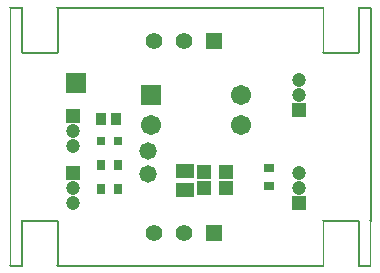
<source format=gts>
G04*
G04 #@! TF.GenerationSoftware,Altium Limited,Altium Designer,20.0.10 (225)*
G04*
G04 Layer_Color=8388736*
%FSLAX25Y25*%
%MOIN*%
G70*
G01*
G75*
%ADD16C,0.00300*%
%ADD18R,0.03150X0.03543*%
%ADD19R,0.02756X0.02756*%
%ADD22R,0.03543X0.02559*%
%ADD23R,0.05918X0.04737*%
%ADD24R,0.03753X0.04147*%
%ADD25R,0.05131X0.04737*%
%ADD26R,0.05524X0.05524*%
%ADD27C,0.05524*%
%ADD28R,0.06706X0.06706*%
%ADD29C,0.04737*%
%ADD30R,0.04737X0.04737*%
%ADD31C,0.06706*%
%ADD32C,0.05800*%
D16*
X120229Y71000D02*
G03*
X120079Y71150I-150J0D01*
G01*
X120229Y71000D02*
G03*
X120079Y71150I-150J0D01*
G01*
X116142D02*
G03*
X115992Y71000I0J-150D01*
G01*
X119929Y132D02*
G03*
X119850Y-0I71J-132D01*
G01*
X116142Y55952D02*
G03*
X116292Y56102I0J150D01*
G01*
X116142Y55952D02*
G03*
X116292Y56102I0J150D01*
G01*
X116142Y71150D02*
G03*
X115992Y71000I0J-150D01*
G01*
X104481Y71000D02*
G03*
X104331Y71150I-150J0D01*
G01*
X104481Y71000D02*
G03*
X104331Y71150I-150J0D01*
G01*
X104181Y56102D02*
G03*
X104331Y55952I150J0D01*
G01*
X104181Y56102D02*
G03*
X104331Y55952I150J0D01*
G01*
Y150D02*
G03*
X104181Y0I0J-150D01*
G01*
X120150Y-132D02*
G03*
X120229Y-0I-71J132D01*
G01*
X120150Y-132D02*
G03*
X120229Y-0I-71J132D01*
G01*
X119929Y132D02*
G03*
X119850Y-0I71J-132D01*
G01*
X120000Y-15150D02*
G03*
X120150Y-15000I0J150D01*
G01*
X120000Y-15150D02*
G03*
X120150Y-15000I0J150D01*
G01*
X116292Y-0D02*
G03*
X116142Y150I-150J0D01*
G01*
X116292Y-0D02*
G03*
X116142Y150I-150J0D01*
G01*
X104331Y150D02*
G03*
X104181Y0I0J-150D01*
G01*
X115992Y-15000D02*
G03*
X116142Y-15150I150J0D01*
G01*
X115992Y-15000D02*
G03*
X116142Y-15150I150J0D01*
G01*
X104331Y-15150D02*
G03*
X104481Y-15000I0J150D01*
G01*
X15748Y71150D02*
G03*
X15598Y71000I0J-150D01*
G01*
X15748Y71150D02*
G03*
X15598Y71000I0J-150D01*
G01*
X15748Y55952D02*
G03*
X15898Y56102I0J150D01*
G01*
X15748Y55952D02*
G03*
X15898Y56102I0J150D01*
G01*
X4087Y71000D02*
G03*
X3937Y71150I-150J0D01*
G01*
X4087Y71000D02*
G03*
X3937Y71150I-150J0D01*
G01*
X-0D02*
G03*
X-150Y71000I0J-150D01*
G01*
X-0Y71150D02*
G03*
X-150Y71000I0J-150D01*
G01*
X3787Y56102D02*
G03*
X3937Y55952I150J0D01*
G01*
X3787Y56102D02*
G03*
X3937Y55952I150J0D01*
G01*
Y150D02*
G03*
X3787Y0I0J-150D01*
G01*
X15898D02*
G03*
X15748Y150I-150J0D01*
G01*
X15898Y0D02*
G03*
X15748Y150I-150J0D01*
G01*
X104331Y-15150D02*
G03*
X104481Y-15000I0J150D01*
G01*
X15598Y-15000D02*
G03*
X15748Y-15150I150J0D01*
G01*
X15598Y-15000D02*
G03*
X15748Y-15150I150J0D01*
G01*
X3937Y150D02*
G03*
X3787Y0I0J-150D01*
G01*
X-150Y-15000D02*
G03*
X-0Y-15150I150J0D01*
G01*
X3937D02*
G03*
X4087Y-15000I0J150D01*
G01*
X3937Y-15150D02*
G03*
X4087Y-15000I0J150D01*
G01*
X-150D02*
G03*
X-0Y-15150I150J0D01*
G01*
X120229Y-0D02*
Y71000D01*
X116142Y71150D02*
X120079D01*
X116292Y56102D02*
Y70850D01*
X119929D01*
X115992Y56252D02*
Y71000D01*
X104481Y56252D02*
Y71000D01*
X104331Y55952D02*
X116142D01*
X104481Y56252D02*
X115992D01*
X104331Y150D02*
X116142Y150D01*
X120150Y-15000D02*
Y-132D01*
X119929Y132D02*
Y70850D01*
X119850Y-14850D02*
Y-0D01*
X116142Y-15150D02*
X120000D01*
X116292Y-14850D02*
X119850D01*
X116292D02*
Y-0D01*
X104481Y-15000D02*
X104481Y-150D01*
X115992Y-15000D02*
Y-150D01*
X104481Y-150D02*
X115992Y-150D01*
X15898Y70850D02*
X104181Y70850D01*
X15748Y71150D02*
X104331Y71150D01*
X104181Y56102D02*
Y70850D01*
X15898Y56102D02*
Y70850D01*
X15598Y56252D02*
Y71000D01*
X3937Y55952D02*
X15748D01*
X4087Y56252D02*
X15598D01*
X3937Y150D02*
X15748D01*
X4087Y56252D02*
Y71000D01*
X-0Y71150D02*
X3937D01*
X3787Y56102D02*
Y70850D01*
X150D02*
X3787D01*
X104181Y-14850D02*
X104181Y0D01*
X15898Y-14850D02*
X15898Y0D01*
X15598Y-15000D02*
X15598Y-150D01*
X15898Y-14850D02*
X104181Y-14850D01*
X15748Y-15150D02*
X104331Y-15150D01*
X4087Y-150D02*
X15598D01*
X4087Y-15000D02*
Y-150D01*
X3787Y-14850D02*
Y0D01*
X150Y70850D02*
X150Y-14850D01*
X-150Y71000D02*
X-150Y-15000D01*
X-0Y-15150D02*
X3937D01*
X150Y-14850D02*
X3787D01*
D18*
X30260Y10500D02*
D03*
X36165D02*
D03*
Y18500D02*
D03*
X30260D02*
D03*
D19*
X35969Y26500D02*
D03*
X30457D02*
D03*
D22*
X86500Y11683D02*
D03*
Y17392D02*
D03*
D23*
X58500Y10350D02*
D03*
Y16650D02*
D03*
D24*
X35476Y34000D02*
D03*
X30358D02*
D03*
D25*
X64613Y16303D02*
D03*
Y10791D02*
D03*
X72173Y16303D02*
D03*
Y10791D02*
D03*
D26*
X68000Y-4000D02*
D03*
Y60000D02*
D03*
D27*
X58000Y-4000D02*
D03*
X48000D02*
D03*
X58000Y60000D02*
D03*
X48000D02*
D03*
D28*
X21984Y46000D02*
D03*
X47000Y41996D02*
D03*
D29*
X96500Y16000D02*
D03*
Y11000D02*
D03*
Y46984D02*
D03*
Y41984D02*
D03*
X21000Y6000D02*
D03*
Y11000D02*
D03*
Y25000D02*
D03*
Y30000D02*
D03*
D30*
X96500Y6000D02*
D03*
Y36984D02*
D03*
X21000Y16000D02*
D03*
Y35000D02*
D03*
D31*
X77000Y31996D02*
D03*
Y41996D02*
D03*
X47000Y31996D02*
D03*
D32*
X46147Y15395D02*
D03*
Y23269D02*
D03*
M02*

</source>
